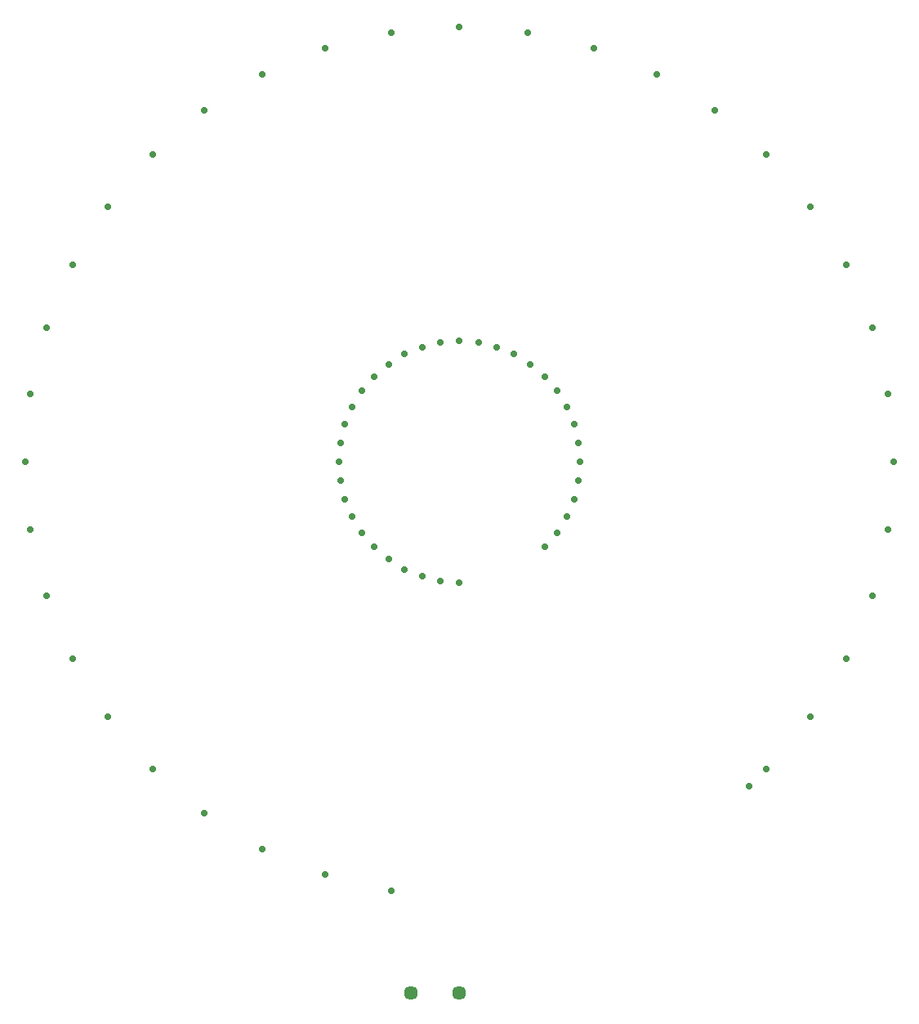
<source format=gbr>
%TF.GenerationSoftware,Altium Limited,Altium Designer,21.9.2 (33)*%
G04 Layer_Color=0*
%FSLAX45Y45*%
%MOMM*%
%TF.SameCoordinates,75CE8345-0679-459C-92E2-866CE1B62050*%
%TF.FilePolarity,Positive*%
%TF.FileFunction,Plated,1,2,PTH,Drill*%
%TF.Part,Single*%
G01*
G75*
%TA.AperFunction,OtherDrill,Pad Free-I_OUT (0mm,-55mm)*%
%ADD15C,1.45000*%
%TA.AperFunction,OtherDrill,Pad Free-I_OUT (-5mm,-55mm)*%
%ADD16C,1.45000*%
%TA.AperFunction,ViaDrill,NotFilled*%
%ADD17C,0.70000*%
%ADD18C,0.71120*%
D15*
X0Y-5500000D02*
D03*
D16*
X-500000D02*
D03*
D17*
X-3181980Y-3181980D02*
D03*
X567488Y1113758D02*
D03*
X3640576Y-2645034D02*
D03*
X3181980Y-3181980D02*
D03*
X3003716Y-3357256D02*
D03*
X1011271Y734731D02*
D03*
X3181980Y3181980D02*
D03*
X883883Y883883D02*
D03*
X734731Y1011271D02*
D03*
X4444597Y-703955D02*
D03*
X2645030Y3640571D02*
D03*
X2042954Y4009523D02*
D03*
X1390576Y4279754D02*
D03*
X703954Y4444591D02*
D03*
X0Y4500000D02*
D03*
X-703954Y4444591D02*
D03*
X-1390574Y4279748D02*
D03*
X-2042954Y4009523D02*
D03*
X-2645034Y3640576D02*
D03*
X-3181976Y3181976D02*
D03*
X-3640576Y2645034D02*
D03*
X-4009529Y2042957D02*
D03*
X-4279754Y1390576D02*
D03*
X-4444597Y703955D02*
D03*
X-4499993Y0D02*
D03*
X-4444591Y-703954D02*
D03*
X-4279754Y-1390576D02*
D03*
X-4009529Y-2042957D02*
D03*
X-3640576Y-2645034D02*
D03*
X-2645030Y-3640571D02*
D03*
X-2042954Y-4009523D02*
D03*
X-1390574Y-4279748D02*
D03*
X-703954Y-4444591D02*
D03*
X4009529Y-2042957D02*
D03*
X4279748Y-1390574D02*
D03*
X4500000Y0D02*
D03*
X4444597Y703955D02*
D03*
X4279754Y1390576D02*
D03*
X4009529Y2042957D02*
D03*
X3640576Y2645034D02*
D03*
X1234610Y195543D02*
D03*
X1188820Y386271D02*
D03*
X1113758Y567488D02*
D03*
X1250000Y0D02*
D03*
X1234610Y-195543D02*
D03*
X1188820Y-386271D02*
D03*
X1113758Y-567488D02*
D03*
X1011271Y-734732D02*
D03*
X883883Y-883883D02*
D03*
X0Y-1250000D02*
D03*
X-195543Y-1234610D02*
D03*
X-386271Y-1188820D02*
D03*
X-567488Y-1113758D02*
D03*
X-734731Y-1011271D02*
D03*
X-883883Y-883883D02*
D03*
X-1011271Y-734731D02*
D03*
X-1113758Y-567488D02*
D03*
X-1188821Y-386271D02*
D03*
X-1234610Y-195543D02*
D03*
X-1250000Y0D02*
D03*
X-1234610Y195543D02*
D03*
X-1188820Y386271D02*
D03*
X-1113758Y567488D02*
D03*
X-1011271Y734731D02*
D03*
X-883883Y883883D02*
D03*
X-734732Y1011271D02*
D03*
X-567488Y1113758D02*
D03*
X-386271Y1188821D02*
D03*
X-195543Y1234610D02*
D03*
X0Y1250000D02*
D03*
X195543Y1234610D02*
D03*
D18*
X386271Y1188821D02*
D03*
%TF.MD5,76e0a77118ac4779d4975e0cdab001fd*%
M02*

</source>
